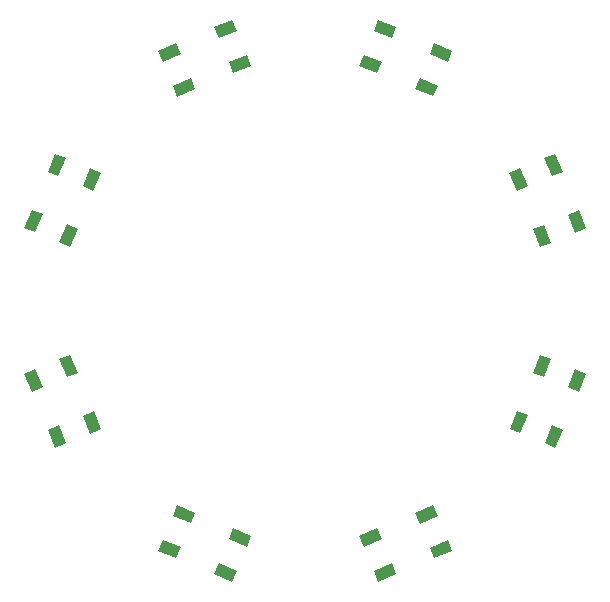
<source format=gtp>
G75*
%MOIN*%
%OFA0B0*%
%FSLAX25Y25*%
%IPPOS*%
%LPD*%
%AMOC8*
5,1,8,0,0,1.08239X$1,22.5*
%
%ADD10R,0.06500X0.03937*%
D10*
G36*
X0102881Y0137219D02*
X0100394Y0143223D01*
X0104029Y0144729D01*
X0106516Y0138725D01*
X0102881Y0137219D01*
G37*
G36*
X0114521Y0142040D02*
X0112034Y0148044D01*
X0115669Y0149550D01*
X0118156Y0143546D01*
X0114521Y0142040D01*
G37*
G36*
X0095116Y0155965D02*
X0092629Y0161969D01*
X0096264Y0163475D01*
X0098751Y0157471D01*
X0095116Y0155965D01*
G37*
G36*
X0106756Y0160787D02*
X0104269Y0166791D01*
X0107904Y0168297D01*
X0110391Y0162293D01*
X0106756Y0160787D01*
G37*
G36*
X0104237Y0205768D02*
X0106724Y0211772D01*
X0110359Y0210266D01*
X0107872Y0204262D01*
X0104237Y0205768D01*
G37*
G36*
X0092597Y0210590D02*
X0095084Y0216594D01*
X0098719Y0215088D01*
X0096232Y0209084D01*
X0092597Y0210590D01*
G37*
G36*
X0100363Y0229336D02*
X0102850Y0235340D01*
X0106485Y0233834D01*
X0103998Y0227830D01*
X0100363Y0229336D01*
G37*
G36*
X0112002Y0224515D02*
X0114489Y0230519D01*
X0118124Y0229013D01*
X0115637Y0223009D01*
X0112002Y0224515D01*
G37*
G36*
X0142028Y0258013D02*
X0148032Y0260500D01*
X0149538Y0256865D01*
X0143534Y0254378D01*
X0142028Y0258013D01*
G37*
G36*
X0137206Y0269652D02*
X0143210Y0272139D01*
X0144716Y0268504D01*
X0138712Y0266017D01*
X0137206Y0269652D01*
G37*
G36*
X0155953Y0277417D02*
X0161957Y0279904D01*
X0163463Y0276269D01*
X0157459Y0273782D01*
X0155953Y0277417D01*
G37*
G36*
X0160774Y0265778D02*
X0166778Y0268265D01*
X0168284Y0264630D01*
X0162280Y0262143D01*
X0160774Y0265778D01*
G37*
G36*
X0205706Y0268279D02*
X0211710Y0265792D01*
X0210204Y0262157D01*
X0204200Y0264644D01*
X0205706Y0268279D01*
G37*
G36*
X0210527Y0279919D02*
X0216531Y0277432D01*
X0215025Y0273797D01*
X0209021Y0276284D01*
X0210527Y0279919D01*
G37*
G36*
X0229274Y0272154D02*
X0235278Y0269667D01*
X0233772Y0266032D01*
X0227768Y0268519D01*
X0229274Y0272154D01*
G37*
G36*
X0224453Y0260514D02*
X0230457Y0258027D01*
X0228951Y0254392D01*
X0222947Y0256879D01*
X0224453Y0260514D01*
G37*
G36*
X0257942Y0230456D02*
X0260429Y0224452D01*
X0256794Y0222946D01*
X0254307Y0228950D01*
X0257942Y0230456D01*
G37*
G36*
X0269581Y0235277D02*
X0272068Y0229273D01*
X0268433Y0227767D01*
X0265946Y0233771D01*
X0269581Y0235277D01*
G37*
G36*
X0277346Y0216531D02*
X0279833Y0210527D01*
X0276198Y0209021D01*
X0273711Y0215025D01*
X0277346Y0216531D01*
G37*
G36*
X0265707Y0211710D02*
X0268194Y0205706D01*
X0264559Y0204200D01*
X0262072Y0210204D01*
X0265707Y0211710D01*
G37*
G36*
X0268249Y0166847D02*
X0265762Y0160843D01*
X0262127Y0162349D01*
X0264614Y0168353D01*
X0268249Y0166847D01*
G37*
G36*
X0279888Y0162026D02*
X0277401Y0156022D01*
X0273766Y0157528D01*
X0276253Y0163532D01*
X0279888Y0162026D01*
G37*
G36*
X0272123Y0143279D02*
X0269636Y0137275D01*
X0266001Y0138781D01*
X0268488Y0144785D01*
X0272123Y0143279D01*
G37*
G36*
X0260484Y0148101D02*
X0257997Y0142097D01*
X0254362Y0143603D01*
X0256849Y0149607D01*
X0260484Y0148101D01*
G37*
G36*
X0230456Y0114524D02*
X0224452Y0112037D01*
X0222946Y0115672D01*
X0228950Y0118159D01*
X0230456Y0114524D01*
G37*
G36*
X0235277Y0102884D02*
X0229273Y0100397D01*
X0227767Y0104032D01*
X0233771Y0106519D01*
X0235277Y0102884D01*
G37*
G36*
X0216531Y0095119D02*
X0210527Y0092632D01*
X0209021Y0096267D01*
X0215025Y0098754D01*
X0216531Y0095119D01*
G37*
G36*
X0211709Y0106759D02*
X0205705Y0104272D01*
X0204199Y0107907D01*
X0210203Y0110394D01*
X0211709Y0106759D01*
G37*
G36*
X0166768Y0104308D02*
X0160764Y0106795D01*
X0162270Y0110430D01*
X0168274Y0107943D01*
X0166768Y0104308D01*
G37*
G36*
X0161947Y0092668D02*
X0155943Y0095155D01*
X0157449Y0098790D01*
X0163453Y0096303D01*
X0161947Y0092668D01*
G37*
G36*
X0143200Y0100434D02*
X0137196Y0102921D01*
X0138702Y0106556D01*
X0144706Y0104069D01*
X0143200Y0100434D01*
G37*
G36*
X0148022Y0112073D02*
X0142018Y0114560D01*
X0143524Y0118195D01*
X0149528Y0115708D01*
X0148022Y0112073D01*
G37*
M02*

</source>
